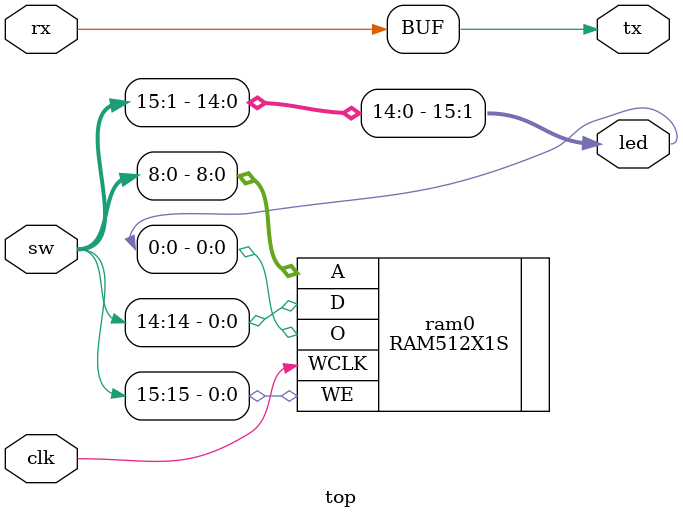
<source format=v>

module top (
    input  wire clk,

    input  wire rx,
    output wire tx,

    input  wire [15:0] sw,
    output wire [15:0] led
);
    RAM512X1S #(
        .INIT(512'b10)
    ) ram0 (
        .WCLK   (clk),
        .A      (sw[8:0]),
        .O      (led[0]),
        .D      (sw[14]),
        .WE     (sw[15])
    );

    assign led[15:1] = sw[15:1];
    assign tx = rx;

endmodule

</source>
